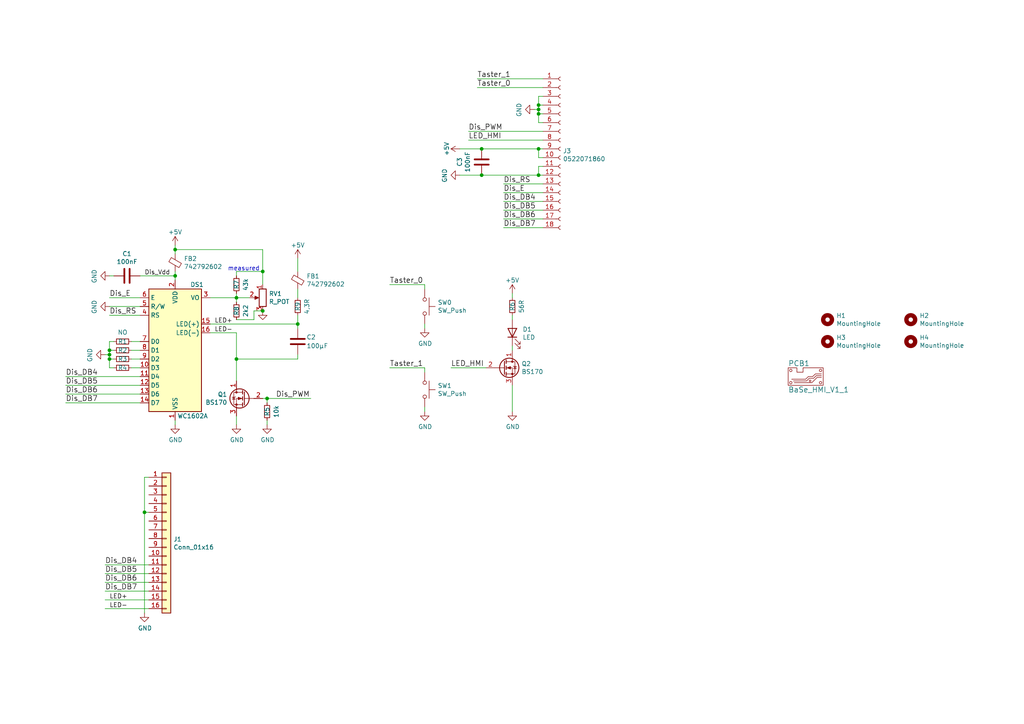
<source format=kicad_sch>
(kicad_sch (version 20211123) (generator eeschema)
  (paper "A4")
  (title_block (title "BaSe_HMI_V1_1") (date "28 apr 2016") (rev "1") (company "Gras7 Labs") (comment 1 "HMI Board for BaSe with Display, 2 Pushbuttons and a LED"))
  (lib_symbols
    (symbol "Connector:Conn_01x18_Female" (pin_names (offset 1.016) hide)
      (property "Reference" "J" (at 0 22.86 0))
      (property "Value" "Conn_01x18_Female" (at 0 -25.4 0))
      (symbol "Conn_01x18_Female_1_1"
        (arc (start 0 -22.352) (mid -0.508 -22.86) (end 0 -23.368) (stroke (width 0.1524)))
        (arc (start 0 -19.812) (mid -0.508 -20.32) (end 0 -20.828) (stroke (width 0.1524)))
        (arc (start 0 -17.272) (mid -0.508 -17.78) (end 0 -18.288) (stroke (width 0.1524)))
        (arc (start 0 -14.732) (mid -0.508 -15.24) (end 0 -15.748) (stroke (width 0.1524)))
        (arc (start 0 -12.192) (mid -0.508 -12.7) (end 0 -13.208) (stroke (width 0.1524)))
        (arc (start 0 -9.652) (mid -0.508 -10.16) (end 0 -10.668) (stroke (width 0.1524)))
        (arc (start 0 -7.112) (mid -0.508 -7.62) (end 0 -8.128) (stroke (width 0.1524)))
        (arc (start 0 -4.572) (mid -0.508 -5.08) (end 0 -5.588) (stroke (width 0.1524)))
        (arc (start 0 -2.032) (mid -0.508 -2.54) (end 0 -3.048) (stroke (width 0.1524)))
        (polyline (pts (xy -1.27 -22.86) (xy -0.508 -22.86)) (stroke (width 0.1524)))
        (polyline (pts (xy -1.27 -20.32) (xy -0.508 -20.32)) (stroke (width 0.1524)))
        (polyline (pts (xy -1.27 -17.78) (xy -0.508 -17.78)) (stroke (width 0.1524)))
        (polyline (pts (xy -1.27 -15.24) (xy -0.508 -15.24)) (stroke (width 0.1524)))
        (polyline (pts (xy -1.27 -12.7) (xy -0.508 -12.7)) (stroke (width 0.1524)))
        (polyline (pts (xy -1.27 -10.16) (xy -0.508 -10.16)) (stroke (width 0.1524)))
        (polyline (pts (xy -1.27 -7.62) (xy -0.508 -7.62)) (stroke (width 0.1524)))
        (polyline (pts (xy -1.27 -5.08) (xy -0.508 -5.08)) (stroke (width 0.1524)))
        (polyline (pts (xy -1.27 -2.54) (xy -0.508 -2.54)) (stroke (width 0.1524)))
        (polyline (pts (xy -1.27 0) (xy -0.508 0)) (stroke (width 0.1524)))
        (polyline (pts (xy -1.27 2.54) (xy -0.508 2.54)) (stroke (width 0.1524)))
        (polyline (pts (xy -1.27 5.08) (xy -0.508 5.08)) (stroke (width 0.1524)))
        (polyline (pts (xy -1.27 7.62) (xy -0.508 7.62)) (stroke (width 0.1524)))
        (polyline (pts (xy -1.27 10.16) (xy -0.508 10.16)) (stroke (width 0.1524)))
        (polyline (pts (xy -1.27 12.7) (xy -0.508 12.7)) (stroke (width 0.1524)))
        (polyline (pts (xy -1.27 15.24) (xy -0.508 15.24)) (stroke (width 0.1524)))
        (polyline (pts (xy -1.27 17.78) (xy -0.508 17.78)) (stroke (width 0.1524)))
        (polyline (pts (xy -1.27 20.32) (xy -0.508 20.32)) (stroke (width 0.1524)))
        (arc (start 0 0.508) (mid -0.508 0) (end 0 -0.508) (stroke (width 0.1524)))
        (arc (start 0 3.048) (mid -0.508 2.54) (end 0 2.032) (stroke (width 0.1524)))
        (arc (start 0 5.588) (mid -0.508 5.08) (end 0 4.572) (stroke (width 0.1524)))
        (arc (start 0 8.128) (mid -0.508 7.62) (end 0 7.112) (stroke (width 0.1524)))
        (arc (start 0 10.668) (mid -0.508 10.16) (end 0 9.652) (stroke (width 0.1524)))
        (arc (start 0 13.208) (mid -0.508 12.7) (end 0 12.192) (stroke (width 0.1524)))
        (arc (start 0 15.748) (mid -0.508 15.24) (end 0 14.732) (stroke (width 0.1524)))
        (arc (start 0 18.288) (mid -0.508 17.78) (end 0 17.272) (stroke (width 0.1524)))
        (arc (start 0 20.828) (mid -0.508 20.32) (end 0 19.812) (stroke (width 0.1524)))
        (pin passive line (at -5.08 20.32 0) (length 3.81) (name "Pin_1") (number "1"))
        (pin passive line (at -5.08 -2.54 0) (length 3.81) (name "Pin_10") (number "10"))
        (pin passive line (at -5.08 -5.08 0) (length 3.81) (name "Pin_11") (number "11"))
        (pin passive line (at -5.08 -7.62 0) (length 3.81) (name "Pin_12") (number "12"))
        (pin passive line (at -5.08 -10.16 0) (length 3.81) (name "Pin_13") (number "13"))
        (pin passive line (at -5.08 -12.7 0) (length 3.81) (name "Pin_14") (number "14"))
        (pin passive line (at -5.08 -15.24 0) (length 3.81) (name "Pin_15") (number "15"))
        (pin passive line (at -5.08 -17.78 0) (length 3.81) (name "Pin_16") (number "16"))
        (pin passive line (at -5.08 -20.32 0) (length 3.81) (name "Pin_17") (number "17"))
        (pin passive line (at -5.08 -22.86 0) (length 3.81) (name "Pin_18") (number "18"))
        (pin passive line (at -5.08 17.78 0) (length 3.81) (name "Pin_2") (number "2"))
        (pin passive line (at -5.08 15.24 0) (length 3.81) (name "Pin_3") (number "3"))
        (pin passive line (at -5.08 12.7 0) (length 3.81) (name "Pin_4") (number "4"))
        (pin passive line (at -5.08 10.16 0) (length 3.81) (name "Pin_5") (number "5"))
        (pin passive line (at -5.08 7.62 0) (length 3.81) (name "Pin_6") (number "6"))
        (pin passive line (at -5.08 5.08 0) (length 3.81) (name "Pin_7") (number "7"))
        (pin passive line (at -5.08 2.54 0) (length 3.81) (name "Pin_8") (number "8"))
        (pin passive line (at -5.08 0 0) (length 3.81) (name "Pin_9") (number "9"))
      )
    )
    (symbol "Connector_Generic:Conn_01x16" (pin_names (offset 1.016) hide)
      (property "Reference" "J" (at 0 20.32 0))
      (property "Value" "Conn_01x16" (at 0 -22.86 0))
      (symbol "Conn_01x16_1_1"
        (rectangle (start -1.27 -20.193) (end 0 -20.447) (stroke (width 0.1524)))
        (rectangle (start -1.27 -17.653) (end 0 -17.907) (stroke (width 0.1524)))
        (rectangle (start -1.27 -15.113) (end 0 -15.367) (stroke (width 0.1524)))
        (rectangle (start -1.27 -12.573) (end 0 -12.827) (stroke (width 0.1524)))
        (rectangle (start -1.27 -10.033) (end 0 -10.287) (stroke (width 0.1524)))
        (rectangle (start -1.27 -7.493) (end 0 -7.747) (stroke (width 0.1524)))
        (rectangle (start -1.27 -4.953) (end 0 -5.207) (stroke (width 0.1524)))
        (rectangle (start -1.27 -2.413) (end 0 -2.667) (stroke (width 0.1524)))
        (rectangle (start -1.27 0.127) (end 0 -0.127) (stroke (width 0.1524)))
        (rectangle (start -1.27 2.667) (end 0 2.413) (stroke (width 0.1524)))
        (rectangle (start -1.27 5.207) (end 0 4.953) (stroke (width 0.1524)))
        (rectangle (start -1.27 7.747) (end 0 7.493) (stroke (width 0.1524)))
        (rectangle (start -1.27 10.287) (end 0 10.033) (stroke (width 0.1524)))
        (rectangle (start -1.27 12.827) (end 0 12.573) (stroke (width 0.1524)))
        (rectangle (start -1.27 15.367) (end 0 15.113) (stroke (width 0.1524)))
        (rectangle (start -1.27 17.907) (end 0 17.653) (stroke (width 0.1524)))
        (rectangle (start -1.27 19.05) (end 1.27 -21.59) (stroke (width 0.254)) (fill (type background)))
        (pin passive line (at -5.08 17.78 0) (length 3.81) (name "Pin_1") (number "1"))
        (pin passive line (at -5.08 -5.08 0) (length 3.81) (name "Pin_10") (number "10"))
        (pin passive line (at -5.08 -7.62 0) (length 3.81) (name "Pin_11") (number "11"))
        (pin passive line (at -5.08 -10.16 0) (length 3.81) (name "Pin_12") (number "12"))
        (pin passive line (at -5.08 -12.7 0) (length 3.81) (name "Pin_13") (number "13"))
        (pin passive line (at -5.08 -15.24 0) (length 3.81) (name "Pin_14") (number "14"))
        (pin passive line (at -5.08 -17.78 0) (length 3.81) (name "Pin_15") (number "15"))
        (pin passive line (at -5.08 -20.32 0) (length 3.81) (name "Pin_16") (number "16"))
        (pin passive line (at -5.08 15.24 0) (length 3.81) (name "Pin_2") (number "2"))
        (pin passive line (at -5.08 12.7 0) (length 3.81) (name "Pin_3") (number "3"))
        (pin passive line (at -5.08 10.16 0) (length 3.81) (name "Pin_4") (number "4"))
        (pin passive line (at -5.08 7.62 0) (length 3.81) (name "Pin_5") (number "5"))
        (pin passive line (at -5.08 5.08 0) (length 3.81) (name "Pin_6") (number "6"))
        (pin passive line (at -5.08 2.54 0) (length 3.81) (name "Pin_7") (number "7"))
        (pin passive line (at -5.08 0 0) (length 3.81) (name "Pin_8") (number "8"))
        (pin passive line (at -5.08 -2.54 0) (length 3.81) (name "Pin_9") (number "9"))
      )
    )
    (symbol "Device:C" (pin_numbers hide) (pin_names (offset 0.254))
      (property "Reference" "C" (at 0.635 2.54 0))
      (property "Value" "C" (at 0.635 -2.54 0))
      (symbol "C_0_1"
        (polyline (pts (xy -2.032 -0.762) (xy 2.032 -0.762)) (stroke (width 0.508)))
        (polyline (pts (xy -2.032 0.762) (xy 2.032 0.762)) (stroke (width 0.508)))
      )
      (symbol "C_1_1"
        (pin passive line (at 0 3.81 270) (length 2.794) (name "~") (number "1"))
        (pin passive line (at 0 -3.81 90) (length 2.794) (name "~") (number "2"))
      )
    )
    (symbol "Device:Ferrite_Bead_Small" (pin_numbers hide) (pin_names (offset 0))
      (property "Reference" "FB" (at 1.905 1.27 0))
      (property "Value" "Device_Ferrite_Bead_Small" (at 1.905 -1.27 0))
      (symbol "Ferrite_Bead_Small_0_1"
        (polyline (pts (xy 0 -1.27) (xy 0 -0.7874)))
        (polyline (pts (xy 0 0.889) (xy 0 1.2954)))
        (polyline (pts (xy -1.8288 0.2794) (xy -1.1176 1.4986) (xy 1.8288 -0.2032) (xy 1.1176 -1.4224) (xy -1.8288 0.2794)))
      )
      (symbol "Ferrite_Bead_Small_1_1"
        (pin passive line (at 0 2.54 270) (length 1.27) (name "~") (number "1"))
        (pin passive line (at 0 -2.54 90) (length 1.27) (name "~") (number "2"))
      )
    )
    (symbol "Device:LED" (pin_numbers hide) (pin_names (offset 1.016) hide)
      (property "Reference" "D" (at 0 2.54 0))
      (property "Value" "LED" (at 0 -2.54 0))
      (symbol "LED_0_1"
        (polyline (pts (xy -1.27 -1.27) (xy -1.27 1.27)) (stroke (width 0.254)))
        (polyline (pts (xy -1.27 0) (xy 1.27 0)))
        (polyline (pts (xy 1.27 -1.27) (xy 1.27 1.27) (xy -1.27 0) (xy 1.27 -1.27)) (stroke (width 0.254)))
        (polyline (pts (xy -3.048 -0.762) (xy -4.572 -2.286) (xy -3.81 -2.286) (xy -4.572 -2.286) (xy -4.572 -1.524)))
        (polyline (pts (xy -1.778 -0.762) (xy -3.302 -2.286) (xy -2.54 -2.286) (xy -3.302 -2.286) (xy -3.302 -1.524)))
      )
      (symbol "LED_1_1"
        (pin passive line (at -3.81 0 0) (length 2.54) (name "K") (number "1"))
        (pin passive line (at 3.81 0 180) (length 2.54) (name "A") (number "2"))
      )
    )
    (symbol "Device:R_POT" (pin_names (offset 1.016) hide)
      (property "Reference" "RV" (at -4.445 0 90))
      (property "Value" "Device_R_POT" (at -2.54 0 90))
      (symbol "R_POT_0_1"
        (polyline (pts (xy 2.54 0) (xy 1.524 0)))
        (polyline (pts (xy 1.143 0) (xy 2.286 0.508) (xy 2.286 -0.508) (xy 1.143 0)) (fill (type outline)))
        (rectangle (start 1.016 2.54) (end -1.016 -2.54) (stroke (width 0.254)))
      )
      (symbol "R_POT_1_1"
        (pin passive line (at 0 3.81 270) (length 1.27) (name "1") (number "1"))
        (pin passive line (at 3.81 0 180) (length 1.27) (name "2") (number "2"))
        (pin passive line (at 0 -3.81 90) (length 1.27) (name "3") (number "3"))
      )
    )
    (symbol "Device:R_Small" (pin_numbers hide) (pin_names (offset 0.254) hide)
      (property "Reference" "R" (at 0.762 0.508 0))
      (property "Value" "R_Small" (at 0.762 -1.016 0))
      (symbol "R_Small_0_1"
        (rectangle (start -0.762 1.778) (end 0.762 -1.778) (stroke (width 0.2032)))
      )
      (symbol "R_Small_1_1"
        (pin passive line (at 0 2.54 270) (length 0.762) (name "~") (number "1"))
        (pin passive line (at 0 -2.54 90) (length 0.762) (name "~") (number "2"))
      )
    )
    (symbol "Display_Character:WC1602A"
      (property "Reference" "DS" (at -5.842 19.05 0))
      (property "Value" "WC1602A" (at 5.334 19.05 0))
      (symbol "WC1602A_1_1"
        (rectangle (start -7.62 17.78) (end 7.62 -17.78) (stroke (width 0.254)) (fill (type background)))
        (pin power_in line (at 0 -20.32 90) (length 2.54) (name "VSS") (number "1"))
        (pin input line (at -10.16 -5.08 0) (length 2.54) (name "D3") (number "10"))
        (pin input line (at -10.16 -7.62 0) (length 2.54) (name "D4") (number "11"))
        (pin input line (at -10.16 -10.16 0) (length 2.54) (name "D5") (number "12"))
        (pin input line (at -10.16 -12.7 0) (length 2.54) (name "D6") (number "13"))
        (pin input line (at -10.16 -15.24 0) (length 2.54) (name "D7") (number "14"))
        (pin power_in line (at 10.16 7.62 180) (length 2.54) (name "LED(+)") (number "15"))
        (pin power_in line (at 10.16 5.08 180) (length 2.54) (name "LED(-)") (number "16"))
        (pin power_in line (at 0 20.32 270) (length 2.54) (name "VDD") (number "2"))
        (pin input line (at 10.16 15.24 180) (length 2.54) (name "VO") (number "3"))
        (pin input line (at -10.16 10.16 0) (length 2.54) (name "RS") (number "4"))
        (pin input line (at -10.16 12.7 0) (length 2.54) (name "R/W") (number "5"))
        (pin input line (at -10.16 15.24 0) (length 2.54) (name "E") (number "6"))
        (pin input line (at -10.16 2.54 0) (length 2.54) (name "D0") (number "7"))
        (pin input line (at -10.16 0 0) (length 2.54) (name "D1") (number "8"))
        (pin input line (at -10.16 -2.54 0) (length 2.54) (name "D2") (number "9"))
      )
    )
    (symbol "Mechanical:MountingHole" (pin_names (offset 1.016))
      (property "Reference" "H" (at 0 5.08 0))
      (property "Value" "MountingHole" (at 0 3.175 0))
      (symbol "MountingHole_0_1"
        (circle (center 0 0) (radius 1.27) (stroke (width 1.27)))
      )
    )
    (symbol "Switch:SW_Push" (pin_numbers hide) (pin_names (offset 1.016) hide)
      (property "Reference" "SW" (at 1.27 2.54 0))
      (property "Value" "SW_Push" (at 0 -1.524 0))
      (symbol "SW_Push_0_1"
        (circle (center -2.032 0) (radius 0.508))
        (polyline (pts (xy 0 1.27) (xy 0 3.048)))
        (polyline (pts (xy 2.54 1.27) (xy -2.54 1.27)))
        (circle (center 2.032 0) (radius 0.508))
        (pin passive line (at -5.08 0 0) (length 2.54) (name "1") (number "1"))
        (pin passive line (at 5.08 0 180) (length 2.54) (name "2") (number "2"))
      )
    )
    (symbol "Transistor_FET:BS170" (pin_names hide)
      (property "Reference" "Q" (at 5.08 1.905 0))
      (property "Value" "BS170" (at 5.08 0 0))
      (symbol "BS170_0_1"
        (polyline (pts (xy 0.254 0) (xy -2.54 0)))
        (polyline (pts (xy 0.254 1.905) (xy 0.254 -1.905)) (stroke (width 0.254)))
        (polyline (pts (xy 0.762 -1.27) (xy 0.762 -2.286)) (stroke (width 0.254)))
        (polyline (pts (xy 0.762 0.508) (xy 0.762 -0.508)) (stroke (width 0.254)))
        (polyline (pts (xy 0.762 2.286) (xy 0.762 1.27)) (stroke (width 0.254)))
        (polyline (pts (xy 2.54 2.54) (xy 2.54 1.778)))
        (polyline (pts (xy 2.54 -2.54) (xy 2.54 0) (xy 0.762 0)))
        (polyline (pts (xy 0.762 -1.778) (xy 3.302 -1.778) (xy 3.302 1.778) (xy 0.762 1.778)))
        (polyline (pts (xy 1.016 0) (xy 2.032 0.381) (xy 2.032 -0.381) (xy 1.016 0)) (fill (type outline)))
        (polyline (pts (xy 2.794 0.508) (xy 2.921 0.381) (xy 3.683 0.381) (xy 3.81 0.254)))
        (polyline (pts (xy 3.302 0.381) (xy 2.921 -0.254) (xy 3.683 -0.254) (xy 3.302 0.381)))
        (circle (center 1.651 0) (radius 2.794) (stroke (width 0.254)))
        (circle (center 2.54 -1.778) (radius 0.254) (fill (type outline)))
        (circle (center 2.54 1.778) (radius 0.254) (fill (type outline)))
      )
      (symbol "BS170_1_1"
        (pin passive line (at 2.54 5.08 270) (length 2.54) (name "D") (number "1"))
        (pin input line (at -5.08 0 0) (length 2.54) (name "G") (number "2"))
        (pin passive line (at 2.54 -5.08 90) (length 2.54) (name "S") (number "3"))
      )
    )
    (symbol "g7_labels:PCB" (pin_names (offset 1.016))
      (property "Reference" "PCB" (at 0 3.81 0))
      (property "Value" "PCB" (at 0 -3.81 0))
      (symbol "PCB_0_1"
        (circle (center -4.318 1.778) (radius 0.3556))
        (polyline (pts (xy 4.572 -0.254) (xy 3.302 -0.254) (xy 1.778 -1.778) (xy -3.302 -1.778)))
        (polyline (pts (xy -3.556 -1.27) (xy 0.254 -1.27) (xy 1.016 -0.508) (xy 2.286 -0.508) (xy 3.048 0.254) (xy 4.572 0.254)))
        (polyline (pts (xy -4.064 -0.762) (xy -0.508 -0.762) (xy 0 -0.762) (xy 0.762 0) (xy 2.032 0) (xy 2.794 0.762) (xy 4.572 0.762)))
        (polyline (pts (xy -5.08 2.54) (xy -2.54 2.54) (xy -2.54 1.27) (xy -0.762 1.27) (xy -0.762 2.54) (xy 5.08 2.54) (xy 5.08 -2.54) (xy -5.08 -2.54) (xy -5.08 2.54)))
        (circle (center 1.27 -1.27) (radius 0.254))
        (circle (center 4.318 -1.778) (radius 0.3556))
      )
      (symbol "PCB_1_1"
        (circle (center -4.318 -1.778) (radius 0.3556))
        (circle (center 4.318 1.778) (radius 0.3556))
      )
    )
    (symbol "power:+5V" (power) (pin_names (offset 0))
      (property "Value" "+5V" (at 0 3.556 0))
      (symbol "+5V_0_1"
        (polyline (pts (xy -0.762 1.27) (xy 0 2.54)))
        (polyline (pts (xy 0 0) (xy 0 2.54)))
        (polyline (pts (xy 0 2.54) (xy 0.762 1.27)))
      )
      (symbol "+5V_1_1"
        (pin power_in line (at 0 0 90) (length 0) hide (name "+5V") (number "1"))
      )
    )
    (symbol "power:GND" (power) (pin_names (offset 0))
      (property "Value" "GND" (at 0 -3.81 0))
      (symbol "GND_0_1"
        (polyline (pts (xy 0 0) (xy 0 -1.27) (xy 1.27 -1.27) (xy 0 -2.54) (xy -1.27 -1.27) (xy 0 -1.27)))
      )
      (symbol "GND_1_1"
        (pin power_in line (at 0 0 270) (length 0) hide (name "GND") (number "1"))
      )
    )
  )
  (junction (at 31.75 101.6))
  (junction (at 156.21 43.18))
  (junction (at 41.91 148.59))
  (junction (at 50.8 80.01))
  (junction (at 77.47 115.57))
  (junction (at 68.58 104.14))
  (junction (at 156.21 31.75))
  (junction (at 139.7 43.18))
  (junction (at 31.75 104.14))
  (junction (at 76.2 90.17))
  (junction (at 31.75 102.87))
  (junction (at 156.21 33.02))
  (junction (at 68.58 86.36))
  (junction (at 86.36 93.98))
  (junction (at 156.21 50.8))
  (junction (at 139.7 50.8))
  (junction (at 76.2 78.74))
  (junction (at 50.8 72.39))
  (junction (at 156.21 30.48))
  (wire (pts (xy 30.48 171.45) (xy 43.18 171.45)))
  (wire (pts (xy 30.48 168.91) (xy 43.18 168.91)))
  (wire (pts (xy 60.96 93.98) (xy 86.36 93.98)))
  (wire (pts (xy 41.91 148.59) (xy 41.91 177.8)))
  (wire (pts (xy 156.21 27.94) (xy 156.21 30.48)))
  (wire (pts (xy 50.8 72.39) (xy 50.8 73.66)))
  (wire (pts (xy 123.19 106.68) (xy 123.19 107.95)))
  (wire (pts (xy 139.7 50.8) (xy 156.21 50.8)))
  (wire (pts (xy 156.21 43.18) (xy 139.7 43.18)))
  (wire (pts (xy 31.75 102.87) (xy 31.75 104.14)))
  (wire (pts (xy 135.89 40.64) (xy 157.48 40.64)))
  (wire (pts (xy 31.75 104.14) (xy 31.75 106.68)))
  (wire (pts (xy 43.18 138.43) (xy 41.91 138.43)))
  (wire (pts (xy 135.89 38.1) (xy 157.48 38.1)))
  (wire (pts (xy 50.8 78.74) (xy 50.8 80.01)))
  (wire (pts (xy 31.75 101.6) (xy 31.75 102.87)))
  (wire (pts (xy 86.36 104.14) (xy 68.58 104.14)))
  (wire (pts (xy 19.05 116.84) (xy 40.64 116.84)))
  (wire (pts (xy 157.48 43.18) (xy 156.21 43.18)))
  (wire (pts (xy 68.58 86.36) (xy 68.58 87.63)))
  (wire (pts (xy 148.59 85.09) (xy 148.59 86.36)))
  (wire (pts (xy 40.64 80.01) (xy 50.8 80.01)))
  (wire (pts (xy 76.2 115.57) (xy 77.47 115.57)))
  (wire (pts (xy 113.03 82.55) (xy 123.19 82.55)))
  (wire (pts (xy 50.8 71.12) (xy 50.8 72.39)))
  (wire (pts (xy 31.75 104.14) (xy 33.02 104.14)))
  (wire (pts (xy 146.05 53.34) (xy 157.48 53.34)))
  (wire (pts (xy 156.21 48.26) (xy 156.21 50.8)))
  (wire (pts (xy 156.21 43.18) (xy 156.21 45.72)))
  (wire (pts (xy 30.48 176.53) (xy 43.18 176.53)))
  (wire (pts (xy 31.75 91.44) (xy 40.64 91.44)))
  (wire (pts (xy 19.05 109.22) (xy 40.64 109.22)))
  (wire (pts (xy 77.47 123.19) (xy 77.47 121.92)))
  (wire (pts (xy 19.05 111.76) (xy 40.64 111.76)))
  (wire (pts (xy 146.05 60.96) (xy 157.48 60.96)))
  (wire (pts (xy 148.59 91.44) (xy 148.59 92.71)))
  (wire (pts (xy 31.75 80.01) (xy 33.02 80.01)))
  (wire (pts (xy 31.75 102.87) (xy 30.48 102.87)))
  (wire (pts (xy 68.58 96.52) (xy 60.96 96.52)))
  (wire (pts (xy 38.1 101.6) (xy 40.64 101.6)))
  (wire (pts (xy 146.05 66.04) (xy 157.48 66.04)))
  (wire (pts (xy 77.47 115.57) (xy 77.47 116.84)))
  (wire (pts (xy 156.21 35.56) (xy 157.48 35.56)))
  (wire (pts (xy 76.2 78.74) (xy 76.2 82.55)))
  (wire (pts (xy 86.36 95.25) (xy 86.36 93.98)))
  (wire (pts (xy 68.58 92.71) (xy 73.66 92.71)))
  (wire (pts (xy 50.8 72.39) (xy 76.2 72.39)))
  (wire (pts (xy 86.36 83.82) (xy 86.36 86.36)))
  (wire (pts (xy 68.58 80.01) (xy 68.58 78.74)))
  (wire (pts (xy 76.2 72.39) (xy 76.2 78.74)))
  (wire (pts (xy 31.75 86.36) (xy 40.64 86.36)))
  (wire (pts (xy 41.91 138.43) (xy 41.91 148.59)))
  (wire (pts (xy 86.36 91.44) (xy 86.36 93.98)))
  (wire (pts (xy 148.59 111.76) (xy 148.59 119.38)))
  (wire (pts (xy 123.19 93.98) (xy 123.19 95.25)))
  (wire (pts (xy 31.75 88.9) (xy 40.64 88.9)))
  (wire (pts (xy 33.02 101.6) (xy 31.75 101.6)))
  (wire (pts (xy 43.18 148.59) (xy 41.91 148.59)))
  (wire (pts (xy 73.66 90.17) (xy 76.2 90.17)))
  (wire (pts (xy 146.05 55.88) (xy 157.48 55.88)))
  (wire (pts (xy 146.05 58.42) (xy 157.48 58.42)))
  (wire (pts (xy 157.48 33.02) (xy 156.21 33.02)))
  (wire (pts (xy 68.58 78.74) (xy 76.2 78.74)))
  (wire (pts (xy 50.8 81.28) (xy 50.8 80.01)))
  (wire (pts (xy 113.03 106.68) (xy 123.19 106.68)))
  (wire (pts (xy 33.02 99.06) (xy 31.75 99.06)))
  (wire (pts (xy 156.21 45.72) (xy 157.48 45.72)))
  (wire (pts (xy 157.48 27.94) (xy 156.21 27.94)))
  (wire (pts (xy 123.19 119.38) (xy 123.19 118.11)))
  (wire (pts (xy 68.58 123.19) (xy 68.58 120.65)))
  (wire (pts (xy 68.58 104.14) (xy 68.58 96.52)))
  (wire (pts (xy 156.21 48.26) (xy 157.48 48.26)))
  (wire (pts (xy 156.21 33.02) (xy 156.21 31.75)))
  (wire (pts (xy 38.1 99.06) (xy 40.64 99.06)))
  (wire (pts (xy 30.48 166.37) (xy 43.18 166.37)))
  (wire (pts (xy 138.43 25.4) (xy 157.48 25.4)))
  (wire (pts (xy 38.1 104.14) (xy 40.64 104.14)))
  (wire (pts (xy 68.58 85.09) (xy 68.58 86.36)))
  (wire (pts (xy 60.96 86.36) (xy 68.58 86.36)))
  (wire (pts (xy 30.48 163.83) (xy 43.18 163.83)))
  (wire (pts (xy 86.36 74.93) (xy 86.36 78.74)))
  (wire (pts (xy 77.47 115.57) (xy 90.17 115.57)))
  (wire (pts (xy 19.05 114.3) (xy 40.64 114.3)))
  (wire (pts (xy 123.19 82.55) (xy 123.19 83.82)))
  (wire (pts (xy 146.05 63.5) (xy 157.48 63.5)))
  (wire (pts (xy 31.75 99.06) (xy 31.75 101.6)))
  (wire (pts (xy 73.66 92.71) (xy 73.66 90.17)))
  (wire (pts (xy 148.59 101.6) (xy 148.59 100.33)))
  (wire (pts (xy 156.21 30.48) (xy 157.48 30.48)))
  (wire (pts (xy 50.8 123.19) (xy 50.8 121.92)))
  (wire (pts (xy 38.1 106.68) (xy 40.64 106.68)))
  (wire (pts (xy 139.7 43.18) (xy 133.35 43.18)))
  (wire (pts (xy 156.21 30.48) (xy 156.21 31.75)))
  (wire (pts (xy 154.94 31.75) (xy 156.21 31.75)))
  (wire (pts (xy 86.36 102.87) (xy 86.36 104.14)))
  (wire (pts (xy 140.97 106.68) (xy 130.81 106.68)))
  (wire (pts (xy 156.21 33.02) (xy 156.21 35.56)))
  (wire (pts (xy 30.48 173.99) (xy 43.18 173.99)))
  (wire (pts (xy 133.35 50.8) (xy 139.7 50.8)))
  (wire (pts (xy 68.58 110.49) (xy 68.58 104.14)))
  (wire (pts (xy 138.43 22.86) (xy 157.48 22.86)))
  (wire (pts (xy 68.58 86.36) (xy 72.39 86.36)))
  (wire (pts (xy 156.21 50.8) (xy 157.48 50.8)))
  (wire (pts (xy 31.75 106.68) (xy 33.02 106.68)))
  (text "measured" (at 66.04 78.74 0) (effects (font (size 1.27 1.27)) (justify left bottom)))
  (label "Dis_DB5" (at 146.05 60.96 0) (effects (font (size 1.524 1.524))))
  (label "Dis_E" (at 31.75 86.36 0) (effects (font (size 1.524 1.524))))
  (label "Dis_DB7" (at 30.48 171.45 0) (effects (font (size 1.524 1.524))))
  (label "Dis_DB6" (at 146.05 63.5 0) (effects (font (size 1.524 1.524))))
  (label "LED_HMI" (at 135.89 40.64 0) (effects (font (size 1.524 1.524))))
  (label "Dis_Vdd" (at 41.91 80.01 0))
  (label "Dis_DB6" (at 30.48 168.91 0) (effects (font (size 1.524 1.524))))
  (label "Dis_DB7" (at 146.05 66.04 0) (effects (font (size 1.524 1.524))))
  (label "Dis_DB4" (at 146.05 58.42 0) (effects (font (size 1.524 1.524))))
  (label "Dis_DB7" (at 19.05 116.84 0) (effects (font (size 1.524 1.524))))
  (label "Dis_DB4" (at 19.05 109.22 0) (effects (font (size 1.524 1.524))))
  (label "Dis_DB4" (at 30.48 163.83 0) (effects (font (size 1.524 1.524))))
  (label "Dis_PWM" (at 135.89 38.1 0) (effects (font (size 1.524 1.524))))
  (label "Dis_RS" (at 31.75 91.44 0) (effects (font (size 1.524 1.524))))
  (label "LED_HMI" (at 130.81 106.68 0) (effects (font (size 1.524 1.524))))
  (label "Taster_0" (at 113.03 82.55 0) (effects (font (size 1.524 1.524))))
  (label "Dis_RS" (at 146.05 53.34 0) (effects (font (size 1.524 1.524))))
  (label "LED-" (at 62.23 96.52 0))
  (label "LED-" (at 31.75 176.53 0))
  (label "LED+" (at 62.23 93.98 0))
  (label "Dis_DB5" (at 19.05 111.76 0) (effects (font (size 1.524 1.524))))
  (label "LED+" (at 31.75 173.99 0))
  (label "Taster_0" (at 138.43 25.4 0) (effects (font (size 1.524 1.524))))
  (label "Dis_DB5" (at 30.48 166.37 0) (effects (font (size 1.524 1.524))))
  (label "Dis_PWM" (at 80.01 115.57 0) (effects (font (size 1.524 1.524))))
  (label "Dis_E" (at 146.05 55.88 0) (effects (font (size 1.524 1.524))))
  (label "Taster_1" (at 113.03 106.68 0) (effects (font (size 1.524 1.524))))
  (label "Dis_DB6" (at 19.05 114.3 0) (effects (font (size 1.524 1.524))))
  (label "Taster_1" (at 138.43 22.86 0) (effects (font (size 1.524 1.524))))
  (symbol (lib_id "Device:C") (at 86.36 99.06 180) (unit 1)
    (property "Reference" "C2" (at 88.9 97.79 0) (effects (justify right)))
    (property "Value" "100µF" (at 88.9 100.33 0) (effects (justify right)))
    (property "Footprint" "Capacitor_SMD:C_1210_3225Metric_Pad1.42x2.65mm_HandSolder" (effects hide))
    (property "Datasheet" "https://www.yuden.co.jp/productdata/catalog/mlcc01_e.pdf" (effects hide))
    (property "Digikey" " 587-1387-1-ND" (effects hide))
    (property "SPN" "587-1387-1-ND" (effects hide))
  )
  (symbol (lib_id "Switch:SW_Push") (at 123.19 88.9 270) (unit 1)
    (property "Reference" "SW0" (at 126.9492 87.7316 90) (effects (justify left)))
    (property "Value" "SW_Push" (at 126.9492 90.043 90) (effects (justify left)))
    (property "Footprint" "Button_Switch_THT:SW_PUSH_6mm_H7.3mm" (effects hide))
    (property "Datasheet" "http://www.schurter.ch/bundles/snceschurter/epim/_ProdPool_/newDS/en/typ_6x6_mm_tact_switches.pdf" (effects hide))
    (property "SPN" "486-3459-ND" (effects hide))
  )
  (symbol (lib_id "Switch:SW_Push") (at 123.19 113.03 270) (unit 1)
    (property "Reference" "SW1" (at 126.9492 111.8616 90) (effects (justify left)))
    (property "Value" "SW_Push" (at 126.9492 114.173 90) (effects (justify left)))
    (property "Footprint" "Button_Switch_THT:SW_PUSH_6mm_H7.3mm" (effects hide))
    (property "SPN" "486-3459-ND" (effects hide))
  )
  (symbol (lib_id "Transistor_FET:BS170") (at 71.12 115.57 0) (mirror y) (unit 1)
    (property "Reference" "Q1" (at 65.913 114.4016 0) (effects (justify left)))
    (property "Value" "BS170" (at 65.913 116.713 0) (effects (justify left)))
    (property "Footprint" "Package_TO_SOT_THT:TO-92_Inline" (effects hide))
    (property "Datasheet" "http://www.fairchildsemi.com/ds/BS/BS170.pdf" (effects hide))
    (property "SPN" "BS170-D75ZCT-ND" (effects hide))
  )
  (symbol (lib_id "Display_Character:WC1602A") (at 50.8 101.6 0) (unit 1)
    (property "Reference" "DS1" (at 57.15 82.55 0))
    (property "Value" "WC1602A" (at 55.88 120.65 0))
    (property "Footprint" "G7_Custom:WC1602A_3.5mm_over_PCB" (effects hide))
    (property "Datasheet" "http://www.wincomlcd.com/pdf/WC1602A-SFYLYHTC06.pdf" (effects hide))
  )
  (symbol (lib_id "Device:R_Small") (at 35.56 99.06 270) (unit 1)
    (property "Reference" "R1" (at 35.56 99.06 90))
    (property "Value" "NO" (at 35.56 96.393 90))
    (property "Footprint" "Resistor_SMD:R_0603_1608Metric_Pad1.05x0.95mm_HandSolder" (effects hide))
  )
  (symbol (lib_id "Device:R_Small") (at 35.56 101.6 270) (unit 1)
    (property "Reference" "R2" (at 35.56 101.6 90))
    (property "Value" "NO" (effects hide))
    (property "Footprint" "Resistor_SMD:R_0603_1608Metric_Pad1.05x0.95mm_HandSolder" (effects hide))
  )
  (symbol (lib_id "Device:R_Small") (at 35.56 104.14 270) (unit 1)
    (property "Reference" "R3" (at 35.56 104.14 90))
    (property "Value" "NO" (effects hide))
    (property "Footprint" "Resistor_SMD:R_0603_1608Metric_Pad1.05x0.95mm_HandSolder" (effects hide))
  )
  (symbol (lib_id "Device:R_Small") (at 35.56 106.68 270) (unit 1)
    (property "Reference" "R4" (at 35.56 106.68 90))
    (property "Value" "NO" (effects hide))
    (property "Footprint" "Resistor_SMD:R_0603_1608Metric_Pad1.05x0.95mm_HandSolder" (effects hide))
  )
  (symbol (lib_id "power:GND") (at 30.48 102.87 270) (unit 1)
    (property "Reference" "#PWR0101" (effects hide))
    (property "Value" "GND" (at 26.0858 102.997 0))
  )
  (symbol (lib_id "power:GND") (at 50.8 123.19 0) (unit 1)
    (property "Reference" "#PWR0102" (effects hide))
    (property "Value" "GND" (at 50.927 127.5842 0))
  )
  (symbol (lib_id "power:GND") (at 31.75 88.9 270) (unit 1)
    (property "Reference" "#PWR0103" (effects hide))
    (property "Value" "GND" (at 27.3558 89.027 0))
  )
  (symbol (lib_id "Device:R_POT") (at 76.2 86.36 0) (mirror y) (unit 1)
    (property "Reference" "RV1" (at 77.978 85.1916 0) (effects (justify right)))
    (property "Value" "R_POT" (at 77.978 87.503 0) (effects (justify right)))
    (property "Footprint" "Potentiometer_THT:Potentiometer_Piher_PT-10-V10_Vertical" (effects hide))
    (property "Datasheet" "https://www.piher.net/pdf/12-PT10v03.pdf" (effects hide))
    (property "Digikey" "1993-1082-ND " (effects hide))
  )
  (symbol (lib_id "power:GND") (at 68.58 123.19 0) (unit 1)
    (property "Reference" "#PWR0104" (effects hide))
    (property "Value" "GND" (at 68.707 127.5842 0))
  )
  (symbol (lib_id "Device:R_Small") (at 77.47 119.38 180) (unit 1)
    (property "Reference" "R5" (at 77.47 119.38 90))
    (property "Value" "10k" (at 80.137 119.38 90))
    (property "Footprint" "Resistor_SMD:R_0603_1608Metric_Pad1.05x0.95mm_HandSolder" (effects hide))
    (property "SPN" "311-10.0KHRCT-ND " (effects hide))
  )
  (symbol (lib_id "power:GND") (at 77.47 123.19 0) (unit 1)
    (property "Reference" "#PWR0105" (effects hide))
    (property "Value" "GND" (at 77.597 127.5842 0))
  )
  (symbol (lib_id "power:GND") (at 76.2 90.17 0) (unit 1)
    (property "Reference" "#PWR0108" (effects hide))
    (property "Value" "GND" (effects hide))
  )
  (symbol (lib_id "Device:Ferrite_Bead_Small") (at 50.8 76.2 0) (unit 1)
    (property "Reference" "FB2" (at 53.34 75.0316 0) (effects (justify left)))
    (property "Value" "742792602" (at 53.34 77.343 0) (effects (justify left)))
    (property "Footprint" "Inductor_SMD:L_0603_1608Metric_Pad1.05x0.95mm_HandSolder" (effects hide))
    (property "Datasheet" "https://www.we-online.de/katalog/datasheet/742792602.pdf" (effects hide))
    (property "SPN" "732-4660-1-ND" (effects hide))
  )
  (symbol (lib_id "power:+5V") (at 86.36 74.93 0) (unit 1)
    (property "Reference" "#PWR0109" (effects hide))
    (property "Value" "+5V" (at 86.36 71.12 0))
  )
  (symbol (lib_id "Device:C") (at 36.83 80.01 270) (unit 1)
    (property "Reference" "C1" (at 36.83 73.6092 90))
    (property "Value" "100nF" (at 36.83 75.9206 90))
    (property "Footprint" "Capacitor_SMD:C_0603_1608Metric_Pad1.05x0.95mm_HandSolder" (effects hide))
    (property "SPN" "311-1779-1-ND" (effects hide))
  )
  (symbol (lib_id "power:GND") (at 31.75 80.01 270) (unit 1)
    (property "Reference" "#PWR0110" (effects hide))
    (property "Value" "GND" (at 27.3558 80.137 0))
  )
  (symbol (lib_id "power:GND") (at 123.19 95.25 0) (unit 1)
    (property "Reference" "#PWR0111" (effects hide))
    (property "Value" "GND" (at 123.317 99.6442 0))
  )
  (symbol (lib_id "power:GND") (at 123.19 119.38 0) (unit 1)
    (property "Reference" "#PWR0112" (effects hide))
    (property "Value" "GND" (at 123.317 123.7742 0))
  )
  (symbol (lib_id "Device:LED") (at 148.59 96.52 90) (unit 1)
    (property "Reference" "D1" (at 151.5618 95.5294 90) (effects (justify right)))
    (property "Value" "LED" (at 151.5618 97.8408 90) (effects (justify right)))
    (property "Footprint" "G7_Custom:LED_D3.0mm_9.5mm_Standoff" (effects hide))
    (property "SPN" "C5SMF-RJF-CT0W0BB2CT-ND" (effects hide))
  )
  (symbol (lib_id "power:GND") (at 148.59 119.38 0) (unit 1)
    (property "Reference" "#PWR0113" (effects hide))
    (property "Value" "GND" (at 148.717 123.7742 0))
  )
  (symbol (lib_id "Device:Ferrite_Bead_Small") (at 86.36 81.28 0) (unit 1)
    (property "Reference" "FB1" (at 88.9 80.1116 0) (effects (justify left)))
    (property "Value" "742792602" (at 88.9 82.423 0) (effects (justify left)))
    (property "Footprint" "Inductor_SMD:L_0603_1608Metric_Pad1.05x0.95mm_HandSolder" (effects hide))
    (property "Datasheet" "https://www.we-online.de/katalog/datasheet/742792602.pdf" (effects hide))
    (property "SPN" "732-4660-1-ND" (effects hide))
  )
  (symbol (lib_id "power:GND") (at 133.35 50.8 270) (unit 1)
    (property "Reference" "#PWR0106" (effects hide))
    (property "Value" "GND" (at 128.9558 50.927 0))
  )
  (symbol (lib_id "power:+5V") (at 133.35 43.18 90) (unit 1)
    (property "Reference" "#PWR0114" (effects hide))
    (property "Value" "+5V" (at 129.54 43.18 0))
  )
  (symbol (lib_id "power:GND") (at 154.94 31.75 270) (unit 1)
    (property "Reference" "#PWR0115" (effects hide))
    (property "Value" "GND" (at 150.5458 31.877 0))
  )
  (symbol (lib_id "Device:C") (at 139.7 46.99 0) (unit 1)
    (property "Reference" "C3" (at 133.2992 46.99 90))
    (property "Value" "100nF" (at 135.6106 46.99 90))
    (property "Footprint" "Capacitor_SMD:C_0603_1608Metric_Pad1.05x0.95mm_HandSolder" (effects hide))
    (property "SPN" "311-1779-1-ND" (effects hide))
  )
  (symbol (lib_id "g7_labels:PCB") (at 233.68 109.22 0) (unit 1)
    (property "Reference" "PCB1" (at 228.6 105.41 0) (effects (font (size 1.524 1.524)) (justify left)))
    (property "Value" "BaSe_HMI_V1_1" (at 228.6 113.03 0) (effects (font (size 1.524 1.524)) (justify left)))
    (property "Footprint" "G7_Labels:BaSe_HMI_V1_1" (effects hide))
  )
  (symbol (lib_id "Connector:Conn_01x18_Female") (at 162.56 43.18 0) (unit 1)
    (property "Reference" "J3" (at 163.2712 43.7896 0) (effects (justify left)))
    (property "Value" "0522071860" (at 163.2712 46.101 0) (effects (justify left)))
    (property "Footprint" "G7_Custom:Conn_FFC_Molex_52207-1860" (effects hide))
    (property "SPN" "WM10954CT-ND" (effects hide))
  )
  (symbol (lib_id "power:+5V") (at 50.8 71.12 0) (unit 1)
    (property "Reference" "#PWR0107" (effects hide))
    (property "Value" "+5V" (at 50.8 67.31 0))
  )
  (symbol (lib_id "Device:R_Small") (at 68.58 90.17 180) (unit 1)
    (property "Reference" "R8" (at 68.58 90.17 90))
    (property "Value" "2k2" (at 71.247 90.17 90))
    (property "Footprint" "Resistor_SMD:R_0603_1608Metric_Pad1.05x0.95mm_HandSolder" (effects hide))
    (property "SPN" "311-2.20KHRCT-ND" (effects hide))
  )
  (symbol (lib_id "Device:R_Small") (at 68.58 82.55 180) (unit 1)
    (property "Reference" "R7" (at 68.58 82.55 90))
    (property "Value" "43k" (at 71.247 82.55 90))
    (property "Footprint" "Resistor_SMD:R_0603_1608Metric_Pad1.05x0.95mm_HandSolder" (effects hide))
    (property "SPN" "RMCF0603FT43K0CT-ND" (effects hide))
  )
  (symbol (lib_id "Mechanical:MountingHole") (at 240.03 99.06 0) (unit 1)
    (property "Reference" "H3" (at 242.57 97.8916 0) (effects (justify left)))
    (property "Value" "MountingHole" (at 242.57 100.203 0) (effects (justify left)))
    (property "Footprint" "MountingHole:MountingHole_2.2mm_M2" (effects hide))
  )
  (symbol (lib_id "Transistor_FET:BS170") (at 146.05 106.68 0) (unit 1)
    (property "Reference" "Q2" (at 151.257 105.5116 0) (effects (justify left)))
    (property "Value" "BS170" (at 151.257 107.823 0) (effects (justify left)))
    (property "Footprint" "Package_TO_SOT_THT:TO-92_Inline" (effects hide))
    (property "Datasheet" "http://www.fairchildsemi.com/ds/BS/BS170.pdf" (effects hide))
    (property "SPN" "BS170-D75ZCT-ND" (effects hide))
  )
  (symbol (lib_id "Device:R_Small") (at 148.59 88.9 180) (unit 1)
    (property "Reference" "R6" (at 148.59 88.9 90))
    (property "Value" "56R" (at 151.257 88.9 90))
    (property "Footprint" "Resistor_SMD:R_0603_1608Metric_Pad1.05x0.95mm_HandSolder" (effects hide))
    (property "SPN" "A129673CT-ND" (effects hide))
  )
  (symbol (lib_id "power:+5V") (at 148.59 85.09 0) (unit 1)
    (property "Reference" "#PWR01" (effects hide))
    (property "Value" "+5V" (at 148.59 81.28 0))
  )
  (symbol (lib_id "Mechanical:MountingHole") (at 240.03 92.71 0) (unit 1)
    (property "Reference" "H1" (at 242.57 91.5416 0) (effects (justify left)))
    (property "Value" "MountingHole" (at 242.57 93.853 0) (effects (justify left)))
    (property "Footprint" "MountingHole:MountingHole_2.2mm_M2" (effects hide))
  )
  (symbol (lib_id "Mechanical:MountingHole") (at 264.16 92.71 0) (unit 1)
    (property "Reference" "H2" (at 266.7 91.5416 0) (effects (justify left)))
    (property "Value" "MountingHole" (at 266.7 93.853 0) (effects (justify left)))
    (property "Footprint" "MountingHole:MountingHole_2.2mm_M2" (effects hide))
  )
  (symbol (lib_id "Mechanical:MountingHole") (at 264.16 99.06 0) (unit 1)
    (property "Reference" "H4" (at 266.7 97.8916 0) (effects (justify left)))
    (property "Value" "MountingHole" (at 266.7 100.203 0) (effects (justify left)))
    (property "Footprint" "MountingHole:MountingHole_2.2mm_M2" (effects hide))
  )
  (symbol (lib_id "Device:R_Small") (at 86.36 88.9 180) (unit 1)
    (property "Reference" "R9" (at 86.36 88.9 90))
    (property "Value" "4,3R" (at 89.027 88.9 90))
    (property "Footprint" "Resistor_SMD:R_1206_3216Metric_Pad1.42x1.75mm_HandSolder" (effects hide))
    (property "SPN" "541-4.30FFCT-ND " (effects hide))
  )
  (symbol (lib_id "Connector_Generic:Conn_01x16") (at 48.26 156.21 0) (unit 1)
    (property "Reference" "J1" (at 50.292 156.4132 0) (effects (justify left)))
    (property "Value" "Conn_01x16" (at 50.292 158.7246 0) (effects (justify left)))
    (property "Footprint" "Connector_PinHeader_2.54mm:PinHeader_1x16_P2.54mm_Vertical" (effects hide))
    (property "Datasheet" "http://www.adam-tech.com/downloader.php?p=PH1-XX-UA.pdf" (effects hide))
    (property "SPN" "2057-PH1-16-UA-ND" (effects hide))
  )
  (symbol (lib_id "power:GND") (at 41.91 177.8 0) (unit 1)
    (property "Reference" "#PWR0116" (effects hide))
    (property "Value" "GND" (at 42.037 182.1942 0))
  )
)
</source>
